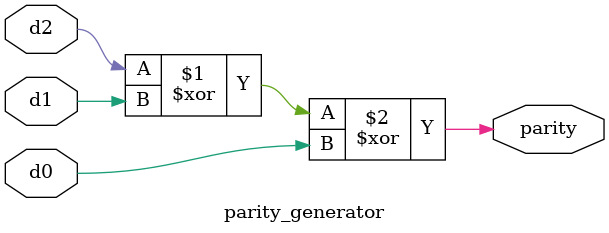
<source format=v>


module parity_generator(
	input wire d2, d1, d0,
	output wire parity
);

assign parity = d2 ^ d1 ^ d0;

endmodule

</source>
